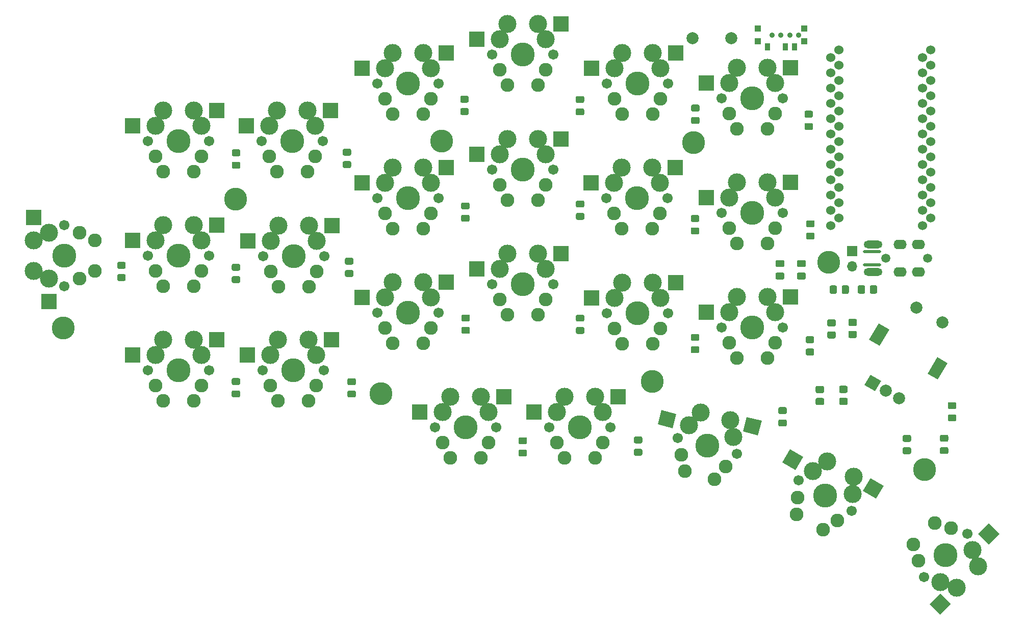
<source format=gbs>
G04 #@! TF.GenerationSoftware,KiCad,Pcbnew,(5.1.10)-1*
G04 #@! TF.CreationDate,2021-10-25T12:29:25+03:00*
G04 #@! TF.ProjectId,main_pcb,6d61696e-5f70-4636-922e-6b696361645f,rev?*
G04 #@! TF.SameCoordinates,Original*
G04 #@! TF.FileFunction,Soldermask,Bot*
G04 #@! TF.FilePolarity,Negative*
%FSLAX46Y46*%
G04 Gerber Fmt 4.6, Leading zero omitted, Abs format (unit mm)*
G04 Created by KiCad (PCBNEW (5.1.10)-1) date 2021-10-25 12:29:25*
%MOMM*%
%LPD*%
G01*
G04 APERTURE LIST*
%ADD10C,1.524000*%
%ADD11C,2.000000*%
%ADD12C,0.100000*%
%ADD13C,0.900000*%
%ADD14R,0.900000X1.300000*%
%ADD15R,1.000000X1.000000*%
%ADD16C,3.000000*%
%ADD17C,2.286000*%
%ADD18C,3.987800*%
%ADD19C,1.701800*%
%ADD20R,2.550000X2.500000*%
%ADD21R,2.500000X2.550000*%
%ADD22O,1.700000X1.700000*%
%ADD23R,1.700000X1.700000*%
%ADD24O,3.000000X0.500000*%
%ADD25O,3.100000X1.300000*%
%ADD26C,1.500000*%
%ADD27O,2.200000X1.600000*%
%ADD28C,3.800000*%
G04 APERTURE END LIST*
D10*
X165664400Y-56642000D03*
X180884400Y-74422000D03*
X180884400Y-54102000D03*
X179578000Y-70612000D03*
X164338000Y-78232000D03*
X180884400Y-59182000D03*
X164338000Y-52832000D03*
X179578000Y-65532000D03*
X165664400Y-66802000D03*
X180884400Y-79502000D03*
X164338000Y-75692000D03*
X164338000Y-68072000D03*
X179578000Y-75692000D03*
X179578000Y-68072000D03*
X180884400Y-76962000D03*
X180884400Y-69342000D03*
X180884400Y-56642000D03*
X179578000Y-73152000D03*
X180884400Y-71882000D03*
X165664400Y-61722000D03*
X164338000Y-55372000D03*
X165664400Y-76962000D03*
X165664400Y-79502000D03*
X164338000Y-60452000D03*
X164338000Y-65532000D03*
X179578000Y-80772000D03*
X179578000Y-57912000D03*
X165664400Y-69342000D03*
X180884400Y-66802000D03*
X165664400Y-71882000D03*
X180884400Y-64262000D03*
X180884400Y-51562000D03*
X164338000Y-73152000D03*
X165664400Y-59182000D03*
X164338000Y-80772000D03*
X179578000Y-55372000D03*
X179578000Y-52832000D03*
X165664400Y-74422000D03*
X164338000Y-70612000D03*
X179578000Y-60452000D03*
X179578000Y-78232000D03*
X165664400Y-54102000D03*
X165664400Y-51562000D03*
X180884400Y-61722000D03*
X165664400Y-64262000D03*
X179578000Y-62992000D03*
X164338000Y-57912000D03*
X164338000Y-62992000D03*
D11*
X147827000Y-49580800D03*
X141327000Y-49580800D03*
D12*
G36*
X171656025Y-108277025D02*
G01*
X169923975Y-107277025D01*
X170923975Y-105544975D01*
X172656025Y-106544975D01*
X171656025Y-108277025D01*
G37*
D11*
X173455064Y-108161000D03*
X175620127Y-109411000D03*
D12*
G36*
X172421346Y-100751450D02*
G01*
X170689296Y-99751450D01*
X172289296Y-96980168D01*
X174021346Y-97980168D01*
X172421346Y-100751450D01*
G37*
G36*
X182120831Y-106351450D02*
G01*
X180388781Y-105351450D01*
X181988781Y-102580168D01*
X183720831Y-103580168D01*
X182120831Y-106351450D01*
G37*
D11*
X178540000Y-94353632D03*
X182870127Y-96853632D03*
D13*
X157558000Y-49047400D03*
X154558000Y-49047400D03*
D14*
X158308000Y-51047400D03*
X156808000Y-51047400D03*
X153808000Y-51047400D03*
D15*
X159908000Y-50097400D03*
X159908000Y-47997400D03*
X152208000Y-47997400D03*
X152208000Y-50097400D03*
D13*
X156005000Y-49072800D03*
X159005000Y-49072800D03*
G36*
G01*
X168395001Y-97440800D02*
X167494999Y-97440800D01*
G75*
G02*
X167245000Y-97190801I0J249999D01*
G01*
X167245000Y-96490799D01*
G75*
G02*
X167494999Y-96240800I249999J0D01*
G01*
X168395001Y-96240800D01*
G75*
G02*
X168645000Y-96490799I0J-249999D01*
G01*
X168645000Y-97190801D01*
G75*
G02*
X168395001Y-97440800I-249999J0D01*
G01*
G37*
G36*
G01*
X168395001Y-99440800D02*
X167494999Y-99440800D01*
G75*
G02*
X167245000Y-99190801I0J249999D01*
G01*
X167245000Y-98490799D01*
G75*
G02*
X167494999Y-98240800I249999J0D01*
G01*
X168395001Y-98240800D01*
G75*
G02*
X168645000Y-98490799I0J-249999D01*
G01*
X168645000Y-99190801D01*
G75*
G02*
X168395001Y-99440800I-249999J0D01*
G01*
G37*
G36*
G01*
X166871001Y-108566000D02*
X165970999Y-108566000D01*
G75*
G02*
X165721000Y-108316001I0J249999D01*
G01*
X165721000Y-107615999D01*
G75*
G02*
X165970999Y-107366000I249999J0D01*
G01*
X166871001Y-107366000D01*
G75*
G02*
X167121000Y-107615999I0J-249999D01*
G01*
X167121000Y-108316001D01*
G75*
G02*
X166871001Y-108566000I-249999J0D01*
G01*
G37*
G36*
G01*
X166871001Y-110566000D02*
X165970999Y-110566000D01*
G75*
G02*
X165721000Y-110316001I0J249999D01*
G01*
X165721000Y-109615999D01*
G75*
G02*
X165970999Y-109366000I249999J0D01*
G01*
X166871001Y-109366000D01*
G75*
G02*
X167121000Y-109615999I0J-249999D01*
G01*
X167121000Y-110316001D01*
G75*
G02*
X166871001Y-110566000I-249999J0D01*
G01*
G37*
G36*
G01*
X170809000Y-91813801D02*
X170809000Y-90913799D01*
G75*
G02*
X171058999Y-90663800I249999J0D01*
G01*
X171759001Y-90663800D01*
G75*
G02*
X172009000Y-90913799I0J-249999D01*
G01*
X172009000Y-91813801D01*
G75*
G02*
X171759001Y-92063800I-249999J0D01*
G01*
X171058999Y-92063800D01*
G75*
G02*
X170809000Y-91813801I0J249999D01*
G01*
G37*
G36*
G01*
X168809000Y-91813801D02*
X168809000Y-90913799D01*
G75*
G02*
X169058999Y-90663800I249999J0D01*
G01*
X169759001Y-90663800D01*
G75*
G02*
X170009000Y-90913799I0J-249999D01*
G01*
X170009000Y-91813801D01*
G75*
G02*
X169759001Y-92063800I-249999J0D01*
G01*
X169058999Y-92063800D01*
G75*
G02*
X168809000Y-91813801I0J249999D01*
G01*
G37*
G36*
G01*
X165335000Y-90939199D02*
X165335000Y-91839201D01*
G75*
G02*
X165085001Y-92089200I-249999J0D01*
G01*
X164384999Y-92089200D01*
G75*
G02*
X164135000Y-91839201I0J249999D01*
G01*
X164135000Y-90939199D01*
G75*
G02*
X164384999Y-90689200I249999J0D01*
G01*
X165085001Y-90689200D01*
G75*
G02*
X165335000Y-90939199I0J-249999D01*
G01*
G37*
G36*
G01*
X167335000Y-90939199D02*
X167335000Y-91839201D01*
G75*
G02*
X167085001Y-92089200I-249999J0D01*
G01*
X166384999Y-92089200D01*
G75*
G02*
X166135000Y-91839201I0J249999D01*
G01*
X166135000Y-90939199D01*
G75*
G02*
X166384999Y-90689200I249999J0D01*
G01*
X167085001Y-90689200D01*
G75*
G02*
X167335000Y-90939199I0J-249999D01*
G01*
G37*
G36*
G01*
X164890001Y-97517000D02*
X163989999Y-97517000D01*
G75*
G02*
X163740000Y-97267001I0J249999D01*
G01*
X163740000Y-96566999D01*
G75*
G02*
X163989999Y-96317000I249999J0D01*
G01*
X164890001Y-96317000D01*
G75*
G02*
X165140000Y-96566999I0J-249999D01*
G01*
X165140000Y-97267001D01*
G75*
G02*
X164890001Y-97517000I-249999J0D01*
G01*
G37*
G36*
G01*
X164890001Y-99517000D02*
X163989999Y-99517000D01*
G75*
G02*
X163740000Y-99267001I0J249999D01*
G01*
X163740000Y-98566999D01*
G75*
G02*
X163989999Y-98317000I249999J0D01*
G01*
X164890001Y-98317000D01*
G75*
G02*
X165140000Y-98566999I0J-249999D01*
G01*
X165140000Y-99267001D01*
G75*
G02*
X164890001Y-99517000I-249999J0D01*
G01*
G37*
G36*
G01*
X162959001Y-108591000D02*
X162058999Y-108591000D01*
G75*
G02*
X161809000Y-108341001I0J249999D01*
G01*
X161809000Y-107640999D01*
G75*
G02*
X162058999Y-107391000I249999J0D01*
G01*
X162959001Y-107391000D01*
G75*
G02*
X163209000Y-107640999I0J-249999D01*
G01*
X163209000Y-108341001D01*
G75*
G02*
X162959001Y-108591000I-249999J0D01*
G01*
G37*
G36*
G01*
X162959001Y-110591000D02*
X162058999Y-110591000D01*
G75*
G02*
X161809000Y-110341001I0J249999D01*
G01*
X161809000Y-109640999D01*
G75*
G02*
X162058999Y-109391000I249999J0D01*
G01*
X162959001Y-109391000D01*
G75*
G02*
X163209000Y-109640999I0J-249999D01*
G01*
X163209000Y-110341001D01*
G75*
G02*
X162959001Y-110591000I-249999J0D01*
G01*
G37*
D12*
G36*
X182507652Y-141856786D02*
G01*
X184275419Y-143624553D01*
X182472296Y-145427676D01*
X180704529Y-143659909D01*
X182507652Y-141856786D01*
G37*
G36*
X190589883Y-130182453D02*
G01*
X192357650Y-131950220D01*
X190554527Y-133753343D01*
X188786760Y-131985576D01*
X190589883Y-130182453D01*
G37*
D16*
X188776154Y-137356051D03*
X182489974Y-140050128D03*
D17*
X177999846Y-133763949D03*
X184286026Y-131069872D03*
D16*
X187878128Y-134661974D03*
X185184051Y-140948154D03*
D17*
X178897872Y-136458026D03*
D18*
X183388000Y-135560000D03*
D17*
X181591949Y-130171846D03*
D19*
X179795898Y-139152102D03*
X186980102Y-131967898D03*
D12*
G36*
X169657079Y-124874623D02*
G01*
X170907079Y-122709559D01*
X173115443Y-123984559D01*
X171865443Y-126149623D01*
X169657079Y-124874623D01*
G37*
G36*
X156288704Y-120089327D02*
G01*
X157538704Y-117924263D01*
X159747068Y-119199263D01*
X158497068Y-121364327D01*
X156288704Y-120089327D01*
G37*
D16*
X163687295Y-119984591D03*
X167916557Y-125359295D03*
D17*
X163006705Y-131323409D03*
X158777443Y-125948705D03*
D16*
X161317443Y-121549295D03*
X168086705Y-122524591D03*
D17*
X165376557Y-129758705D03*
D18*
X163347000Y-125654000D03*
D17*
X158607295Y-128783409D03*
D19*
X167746409Y-128194000D03*
X158947591Y-123114000D03*
D12*
G36*
X149733351Y-114962011D02*
G01*
X150380398Y-112547196D01*
X152843509Y-113207185D01*
X152196462Y-115622000D01*
X149733351Y-114962011D01*
G37*
G36*
X135581967Y-113799760D02*
G01*
X136229014Y-111384945D01*
X138692125Y-112044934D01*
X138045078Y-114459749D01*
X135581967Y-113799760D01*
G37*
D16*
X142701349Y-111783696D03*
X148177578Y-115880649D03*
D17*
X144978651Y-122912304D03*
X139502422Y-118815351D03*
D16*
X140817223Y-113908448D03*
X147608252Y-113098497D03*
D17*
X146862777Y-120787552D03*
D18*
X143840000Y-117348000D03*
D17*
X140071748Y-121597503D03*
D19*
X148746903Y-118662801D03*
X138933097Y-116033199D03*
D20*
X129032000Y-109195000D03*
X115062000Y-111735000D03*
D16*
X120142000Y-109195000D03*
X126492000Y-111735000D03*
D17*
X125222000Y-119355000D03*
X118872000Y-116815000D03*
D16*
X118872000Y-111735000D03*
X125222000Y-109195000D03*
D17*
X126492000Y-116815000D03*
D18*
X122682000Y-114275000D03*
D17*
X120142000Y-119355000D03*
D19*
X127762000Y-114275000D03*
X117602000Y-114275000D03*
D20*
X110058000Y-109195000D03*
X96088000Y-111735000D03*
D16*
X101168000Y-109195000D03*
X107518000Y-111735000D03*
D17*
X106248000Y-119355000D03*
X99898000Y-116815000D03*
D16*
X99898000Y-111735000D03*
X106248000Y-109195000D03*
D17*
X107518000Y-116815000D03*
D18*
X103708000Y-114275000D03*
D17*
X101168000Y-119355000D03*
D19*
X108788000Y-114275000D03*
X98628000Y-114275000D03*
D20*
X157607000Y-92583000D03*
X143637000Y-95123000D03*
D16*
X148717000Y-92583000D03*
X155067000Y-95123000D03*
D17*
X153797000Y-102743000D03*
X147447000Y-100203000D03*
D16*
X147447000Y-95123000D03*
X153797000Y-92583000D03*
D17*
X155067000Y-100203000D03*
D18*
X151257000Y-97663000D03*
D17*
X148717000Y-102743000D03*
D19*
X156337000Y-97663000D03*
X146177000Y-97663000D03*
D20*
X138562000Y-90200500D03*
X124592000Y-92740500D03*
D16*
X129672000Y-90200500D03*
X136022000Y-92740500D03*
D17*
X134752000Y-100360500D03*
X128402000Y-97820500D03*
D16*
X128402000Y-92740500D03*
X134752000Y-90200500D03*
D17*
X136022000Y-97820500D03*
D18*
X132212000Y-95280500D03*
D17*
X129672000Y-100360500D03*
D19*
X137292000Y-95280500D03*
X127132000Y-95280500D03*
D20*
X119537000Y-85399900D03*
X105567000Y-87939900D03*
D16*
X110647000Y-85399900D03*
X116997000Y-87939900D03*
D17*
X115727000Y-95559900D03*
X109377000Y-93019900D03*
D16*
X109377000Y-87939900D03*
X115727000Y-85399900D03*
D17*
X116997000Y-93019900D03*
D18*
X113187000Y-90479900D03*
D17*
X110647000Y-95559900D03*
D19*
X118267000Y-90479900D03*
X108107000Y-90479900D03*
D20*
X100457000Y-90106500D03*
X86487000Y-92646500D03*
D16*
X91567000Y-90106500D03*
X97917000Y-92646500D03*
D17*
X96647000Y-100266500D03*
X90297000Y-97726500D03*
D16*
X90297000Y-92646500D03*
X96647000Y-90106500D03*
D17*
X97917000Y-97726500D03*
D18*
X94107000Y-95186500D03*
D17*
X91567000Y-100266500D03*
D19*
X99187000Y-95186500D03*
X89027000Y-95186500D03*
D20*
X81407000Y-99695000D03*
X67437000Y-102235000D03*
D16*
X72517000Y-99695000D03*
X78867000Y-102235000D03*
D17*
X77597000Y-109855000D03*
X71247000Y-107315000D03*
D16*
X71247000Y-102235000D03*
X77597000Y-99695000D03*
D17*
X78867000Y-107315000D03*
D18*
X75057000Y-104775000D03*
D17*
X72517000Y-109855000D03*
D19*
X80137000Y-104775000D03*
X69977000Y-104775000D03*
D20*
X62357000Y-99695000D03*
X48387000Y-102235000D03*
D16*
X53467000Y-99695000D03*
X59817000Y-102235000D03*
D17*
X58547000Y-109855000D03*
X52197000Y-107315000D03*
D16*
X52197000Y-102235000D03*
X58547000Y-99695000D03*
D17*
X59817000Y-107315000D03*
D18*
X56007000Y-104775000D03*
D17*
X53467000Y-109855000D03*
D19*
X61087000Y-104775000D03*
X50927000Y-104775000D03*
D20*
X157607000Y-73533000D03*
X143637000Y-76073000D03*
D16*
X148717000Y-73533000D03*
X155067000Y-76073000D03*
D17*
X153797000Y-83693000D03*
X147447000Y-81153000D03*
D16*
X147447000Y-76073000D03*
X153797000Y-73533000D03*
D17*
X155067000Y-81153000D03*
D18*
X151257000Y-78613000D03*
D17*
X148717000Y-83693000D03*
D19*
X156337000Y-78613000D03*
X146177000Y-78613000D03*
D20*
X138494000Y-71120000D03*
X124524000Y-73660000D03*
D16*
X129604000Y-71120000D03*
X135954000Y-73660000D03*
D17*
X134684000Y-81280000D03*
X128334000Y-78740000D03*
D16*
X128334000Y-73660000D03*
X134684000Y-71120000D03*
D17*
X135954000Y-78740000D03*
D18*
X132144000Y-76200000D03*
D17*
X129604000Y-81280000D03*
D19*
X137224000Y-76200000D03*
X127064000Y-76200000D03*
D20*
X119507000Y-66357500D03*
X105537000Y-68897500D03*
D16*
X110617000Y-66357500D03*
X116967000Y-68897500D03*
D17*
X115697000Y-76517500D03*
X109347000Y-73977500D03*
D16*
X109347000Y-68897500D03*
X115697000Y-66357500D03*
D17*
X116967000Y-73977500D03*
D18*
X113157000Y-71437500D03*
D17*
X110617000Y-76517500D03*
D19*
X118237000Y-71437500D03*
X108077000Y-71437500D03*
D20*
X100457000Y-71120000D03*
X86487000Y-73660000D03*
D16*
X91567000Y-71120000D03*
X97917000Y-73660000D03*
D17*
X96647000Y-81280000D03*
X90297000Y-78740000D03*
D16*
X90297000Y-73660000D03*
X96647000Y-71120000D03*
D17*
X97917000Y-78740000D03*
D18*
X94107000Y-76200000D03*
D17*
X91567000Y-81280000D03*
D19*
X99187000Y-76200000D03*
X89027000Y-76200000D03*
D20*
X81470500Y-80708500D03*
X67500500Y-83248500D03*
D16*
X72580500Y-80708500D03*
X78930500Y-83248500D03*
D17*
X77660500Y-90868500D03*
X71310500Y-88328500D03*
D16*
X71310500Y-83248500D03*
X77660500Y-80708500D03*
D17*
X78930500Y-88328500D03*
D18*
X75120500Y-85788500D03*
D17*
X72580500Y-90868500D03*
D19*
X80200500Y-85788500D03*
X70040500Y-85788500D03*
D20*
X62357000Y-80645000D03*
X48387000Y-83185000D03*
D16*
X53467000Y-80645000D03*
X59817000Y-83185000D03*
D17*
X58547000Y-90805000D03*
X52197000Y-88265000D03*
D16*
X52197000Y-83185000D03*
X58547000Y-80645000D03*
D17*
X59817000Y-88265000D03*
D18*
X56007000Y-85725000D03*
D17*
X53467000Y-90805000D03*
D19*
X61087000Y-85725000D03*
X50927000Y-85725000D03*
D21*
X31940500Y-79375000D03*
X34480500Y-93345000D03*
D16*
X31940500Y-88265000D03*
X34480500Y-81915000D03*
D17*
X42100500Y-83185000D03*
X39560500Y-89535000D03*
D16*
X34480500Y-89535000D03*
X31940500Y-83185000D03*
D17*
X39560500Y-81915000D03*
D18*
X37020500Y-85725000D03*
D17*
X42100500Y-88265000D03*
D19*
X37020500Y-80645000D03*
X37020500Y-90805000D03*
D20*
X157607000Y-54483000D03*
X143637000Y-57023000D03*
D16*
X148717000Y-54483000D03*
X155067000Y-57023000D03*
D17*
X153797000Y-64643000D03*
X147447000Y-62103000D03*
D16*
X147447000Y-57023000D03*
X153797000Y-54483000D03*
D17*
X155067000Y-62103000D03*
D18*
X151257000Y-59563000D03*
D17*
X148717000Y-64643000D03*
D19*
X156337000Y-59563000D03*
X146177000Y-59563000D03*
D20*
X138557000Y-52070000D03*
X124587000Y-54610000D03*
D16*
X129667000Y-52070000D03*
X136017000Y-54610000D03*
D17*
X134747000Y-62230000D03*
X128397000Y-59690000D03*
D16*
X128397000Y-54610000D03*
X134747000Y-52070000D03*
D17*
X136017000Y-59690000D03*
D18*
X132207000Y-57150000D03*
D17*
X129667000Y-62230000D03*
D19*
X137287000Y-57150000D03*
X127127000Y-57150000D03*
D20*
X119507000Y-47244000D03*
X105537000Y-49784000D03*
D16*
X110617000Y-47244000D03*
X116967000Y-49784000D03*
D17*
X115697000Y-57404000D03*
X109347000Y-54864000D03*
D16*
X109347000Y-49784000D03*
X115697000Y-47244000D03*
D17*
X116967000Y-54864000D03*
D18*
X113157000Y-52324000D03*
D17*
X110617000Y-57404000D03*
D19*
X118237000Y-52324000D03*
X108077000Y-52324000D03*
D20*
X100457000Y-52070000D03*
X86487000Y-54610000D03*
D16*
X91567000Y-52070000D03*
X97917000Y-54610000D03*
D17*
X96647000Y-62230000D03*
X90297000Y-59690000D03*
D16*
X90297000Y-54610000D03*
X96647000Y-52070000D03*
D17*
X97917000Y-59690000D03*
D18*
X94107000Y-57150000D03*
D17*
X91567000Y-62230000D03*
D19*
X99187000Y-57150000D03*
X89027000Y-57150000D03*
D20*
X81280000Y-61595000D03*
X67310000Y-64135000D03*
D16*
X72390000Y-61595000D03*
X78740000Y-64135000D03*
D17*
X77470000Y-71755000D03*
X71120000Y-69215000D03*
D16*
X71120000Y-64135000D03*
X77470000Y-61595000D03*
D17*
X78740000Y-69215000D03*
D18*
X74930000Y-66675000D03*
D17*
X72390000Y-71755000D03*
D19*
X80010000Y-66675000D03*
X69850000Y-66675000D03*
D20*
X62357000Y-61595000D03*
X48387000Y-64135000D03*
D16*
X53467000Y-61595000D03*
X59817000Y-64135000D03*
D17*
X58547000Y-71755000D03*
X52197000Y-69215000D03*
D16*
X52197000Y-64135000D03*
X58547000Y-61595000D03*
D17*
X59817000Y-69215000D03*
D18*
X56007000Y-66675000D03*
D17*
X53467000Y-71755000D03*
D19*
X61087000Y-66675000D03*
X50927000Y-66675000D03*
D22*
X167869000Y-87553800D03*
D23*
X167869000Y-85013800D03*
D24*
X171196000Y-85090000D03*
X171196000Y-87249000D03*
D25*
X171323000Y-88487250D03*
D26*
X173440500Y-86183500D03*
X180440500Y-86183500D03*
D27*
X178840500Y-83883500D03*
X175840500Y-83883500D03*
X175840500Y-88487250D03*
X178840500Y-88487250D03*
D25*
X171323000Y-83883500D03*
D28*
X89662000Y-108661000D03*
X134671000Y-106680000D03*
X179908000Y-121310000D03*
X163932000Y-86817200D03*
X141503000Y-66979800D03*
X99745800Y-66675000D03*
X65481200Y-76301600D03*
X36880800Y-97739200D03*
G36*
G01*
X184905001Y-111234000D02*
X184004999Y-111234000D01*
G75*
G02*
X183755000Y-110984001I0J249999D01*
G01*
X183755000Y-110333999D01*
G75*
G02*
X184004999Y-110084000I249999J0D01*
G01*
X184905001Y-110084000D01*
G75*
G02*
X185155000Y-110333999I0J-249999D01*
G01*
X185155000Y-110984001D01*
G75*
G02*
X184905001Y-111234000I-249999J0D01*
G01*
G37*
G36*
G01*
X184905001Y-113284000D02*
X184004999Y-113284000D01*
G75*
G02*
X183755000Y-113034001I0J249999D01*
G01*
X183755000Y-112383999D01*
G75*
G02*
X184004999Y-112134000I249999J0D01*
G01*
X184905001Y-112134000D01*
G75*
G02*
X185155000Y-112383999I0J-249999D01*
G01*
X185155000Y-113034001D01*
G75*
G02*
X184905001Y-113284000I-249999J0D01*
G01*
G37*
G36*
G01*
X183584001Y-116669000D02*
X182683999Y-116669000D01*
G75*
G02*
X182434000Y-116419001I0J249999D01*
G01*
X182434000Y-115768999D01*
G75*
G02*
X182683999Y-115519000I249999J0D01*
G01*
X183584001Y-115519000D01*
G75*
G02*
X183834000Y-115768999I0J-249999D01*
G01*
X183834000Y-116419001D01*
G75*
G02*
X183584001Y-116669000I-249999J0D01*
G01*
G37*
G36*
G01*
X183584001Y-118719000D02*
X182683999Y-118719000D01*
G75*
G02*
X182434000Y-118469001I0J249999D01*
G01*
X182434000Y-117818999D01*
G75*
G02*
X182683999Y-117569000I249999J0D01*
G01*
X183584001Y-117569000D01*
G75*
G02*
X183834000Y-117818999I0J-249999D01*
G01*
X183834000Y-118469001D01*
G75*
G02*
X183584001Y-118719000I-249999J0D01*
G01*
G37*
G36*
G01*
X177412001Y-116695000D02*
X176511999Y-116695000D01*
G75*
G02*
X176262000Y-116445001I0J249999D01*
G01*
X176262000Y-115794999D01*
G75*
G02*
X176511999Y-115545000I249999J0D01*
G01*
X177412001Y-115545000D01*
G75*
G02*
X177662000Y-115794999I0J-249999D01*
G01*
X177662000Y-116445001D01*
G75*
G02*
X177412001Y-116695000I-249999J0D01*
G01*
G37*
G36*
G01*
X177412001Y-118745000D02*
X176511999Y-118745000D01*
G75*
G02*
X176262000Y-118495001I0J249999D01*
G01*
X176262000Y-117844999D01*
G75*
G02*
X176511999Y-117595000I249999J0D01*
G01*
X177412001Y-117595000D01*
G75*
G02*
X177662000Y-117844999I0J-249999D01*
G01*
X177662000Y-118495001D01*
G75*
G02*
X177412001Y-118745000I-249999J0D01*
G01*
G37*
G36*
G01*
X156762001Y-112072000D02*
X155861999Y-112072000D01*
G75*
G02*
X155612000Y-111822001I0J249999D01*
G01*
X155612000Y-111171999D01*
G75*
G02*
X155861999Y-110922000I249999J0D01*
G01*
X156762001Y-110922000D01*
G75*
G02*
X157012000Y-111171999I0J-249999D01*
G01*
X157012000Y-111822001D01*
G75*
G02*
X156762001Y-112072000I-249999J0D01*
G01*
G37*
G36*
G01*
X156762001Y-114122000D02*
X155861999Y-114122000D01*
G75*
G02*
X155612000Y-113872001I0J249999D01*
G01*
X155612000Y-113221999D01*
G75*
G02*
X155861999Y-112972000I249999J0D01*
G01*
X156762001Y-112972000D01*
G75*
G02*
X157012000Y-113221999I0J-249999D01*
G01*
X157012000Y-113872001D01*
G75*
G02*
X156762001Y-114122000I-249999J0D01*
G01*
G37*
G36*
G01*
X132784001Y-116949000D02*
X131883999Y-116949000D01*
G75*
G02*
X131634000Y-116699001I0J249999D01*
G01*
X131634000Y-116048999D01*
G75*
G02*
X131883999Y-115799000I249999J0D01*
G01*
X132784001Y-115799000D01*
G75*
G02*
X133034000Y-116048999I0J-249999D01*
G01*
X133034000Y-116699001D01*
G75*
G02*
X132784001Y-116949000I-249999J0D01*
G01*
G37*
G36*
G01*
X132784001Y-118999000D02*
X131883999Y-118999000D01*
G75*
G02*
X131634000Y-118749001I0J249999D01*
G01*
X131634000Y-118098999D01*
G75*
G02*
X131883999Y-117849000I249999J0D01*
G01*
X132784001Y-117849000D01*
G75*
G02*
X133034000Y-118098999I0J-249999D01*
G01*
X133034000Y-118749001D01*
G75*
G02*
X132784001Y-118999000I-249999J0D01*
G01*
G37*
G36*
G01*
X112731999Y-117976000D02*
X113632001Y-117976000D01*
G75*
G02*
X113882000Y-118225999I0J-249999D01*
G01*
X113882000Y-118876001D01*
G75*
G02*
X113632001Y-119126000I-249999J0D01*
G01*
X112731999Y-119126000D01*
G75*
G02*
X112482000Y-118876001I0J249999D01*
G01*
X112482000Y-118225999D01*
G75*
G02*
X112731999Y-117976000I249999J0D01*
G01*
G37*
G36*
G01*
X112731999Y-115926000D02*
X113632001Y-115926000D01*
G75*
G02*
X113882000Y-116175999I0J-249999D01*
G01*
X113882000Y-116826001D01*
G75*
G02*
X113632001Y-117076000I-249999J0D01*
G01*
X112731999Y-117076000D01*
G75*
G02*
X112482000Y-116826001I0J249999D01*
G01*
X112482000Y-116175999D01*
G75*
G02*
X112731999Y-115926000I249999J0D01*
G01*
G37*
G36*
G01*
X161308001Y-100286000D02*
X160407999Y-100286000D01*
G75*
G02*
X160158000Y-100036001I0J249999D01*
G01*
X160158000Y-99385999D01*
G75*
G02*
X160407999Y-99136000I249999J0D01*
G01*
X161308001Y-99136000D01*
G75*
G02*
X161558000Y-99385999I0J-249999D01*
G01*
X161558000Y-100036001D01*
G75*
G02*
X161308001Y-100286000I-249999J0D01*
G01*
G37*
G36*
G01*
X161308001Y-102336000D02*
X160407999Y-102336000D01*
G75*
G02*
X160158000Y-102086001I0J249999D01*
G01*
X160158000Y-101435999D01*
G75*
G02*
X160407999Y-101186000I249999J0D01*
G01*
X161308001Y-101186000D01*
G75*
G02*
X161558000Y-101435999I0J-249999D01*
G01*
X161558000Y-102086001D01*
G75*
G02*
X161308001Y-102336000I-249999J0D01*
G01*
G37*
G36*
G01*
X142233001Y-99905000D02*
X141332999Y-99905000D01*
G75*
G02*
X141083000Y-99655001I0J249999D01*
G01*
X141083000Y-99004999D01*
G75*
G02*
X141332999Y-98755000I249999J0D01*
G01*
X142233001Y-98755000D01*
G75*
G02*
X142483000Y-99004999I0J-249999D01*
G01*
X142483000Y-99655001D01*
G75*
G02*
X142233001Y-99905000I-249999J0D01*
G01*
G37*
G36*
G01*
X142233001Y-101955000D02*
X141332999Y-101955000D01*
G75*
G02*
X141083000Y-101705001I0J249999D01*
G01*
X141083000Y-101054999D01*
G75*
G02*
X141332999Y-100805000I249999J0D01*
G01*
X142233001Y-100805000D01*
G75*
G02*
X142483000Y-101054999I0J-249999D01*
G01*
X142483000Y-101705001D01*
G75*
G02*
X142233001Y-101955000I-249999J0D01*
G01*
G37*
G36*
G01*
X123157001Y-96705000D02*
X122256999Y-96705000D01*
G75*
G02*
X122007000Y-96455001I0J249999D01*
G01*
X122007000Y-95804999D01*
G75*
G02*
X122256999Y-95555000I249999J0D01*
G01*
X123157001Y-95555000D01*
G75*
G02*
X123407000Y-95804999I0J-249999D01*
G01*
X123407000Y-96455001D01*
G75*
G02*
X123157001Y-96705000I-249999J0D01*
G01*
G37*
G36*
G01*
X123157001Y-98755000D02*
X122256999Y-98755000D01*
G75*
G02*
X122007000Y-98505001I0J249999D01*
G01*
X122007000Y-97854999D01*
G75*
G02*
X122256999Y-97605000I249999J0D01*
G01*
X123157001Y-97605000D01*
G75*
G02*
X123407000Y-97854999I0J-249999D01*
G01*
X123407000Y-98505001D01*
G75*
G02*
X123157001Y-98755000I-249999J0D01*
G01*
G37*
G36*
G01*
X104158001Y-96679600D02*
X103257999Y-96679600D01*
G75*
G02*
X103008000Y-96429601I0J249999D01*
G01*
X103008000Y-95779599D01*
G75*
G02*
X103257999Y-95529600I249999J0D01*
G01*
X104158001Y-95529600D01*
G75*
G02*
X104408000Y-95779599I0J-249999D01*
G01*
X104408000Y-96429601D01*
G75*
G02*
X104158001Y-96679600I-249999J0D01*
G01*
G37*
G36*
G01*
X104158001Y-98729600D02*
X103257999Y-98729600D01*
G75*
G02*
X103008000Y-98479601I0J249999D01*
G01*
X103008000Y-97829599D01*
G75*
G02*
X103257999Y-97579600I249999J0D01*
G01*
X104158001Y-97579600D01*
G75*
G02*
X104408000Y-97829599I0J-249999D01*
G01*
X104408000Y-98479601D01*
G75*
G02*
X104158001Y-98729600I-249999J0D01*
G01*
G37*
G36*
G01*
X85209801Y-107271000D02*
X84309799Y-107271000D01*
G75*
G02*
X84059800Y-107021001I0J249999D01*
G01*
X84059800Y-106370999D01*
G75*
G02*
X84309799Y-106121000I249999J0D01*
G01*
X85209801Y-106121000D01*
G75*
G02*
X85459800Y-106370999I0J-249999D01*
G01*
X85459800Y-107021001D01*
G75*
G02*
X85209801Y-107271000I-249999J0D01*
G01*
G37*
G36*
G01*
X85209801Y-109321000D02*
X84309799Y-109321000D01*
G75*
G02*
X84059800Y-109071001I0J249999D01*
G01*
X84059800Y-108420999D01*
G75*
G02*
X84309799Y-108171000I249999J0D01*
G01*
X85209801Y-108171000D01*
G75*
G02*
X85459800Y-108420999I0J-249999D01*
G01*
X85459800Y-109071001D01*
G75*
G02*
X85209801Y-109321000I-249999J0D01*
G01*
G37*
G36*
G01*
X66007401Y-107246000D02*
X65107399Y-107246000D01*
G75*
G02*
X64857400Y-106996001I0J249999D01*
G01*
X64857400Y-106345999D01*
G75*
G02*
X65107399Y-106096000I249999J0D01*
G01*
X66007401Y-106096000D01*
G75*
G02*
X66257400Y-106345999I0J-249999D01*
G01*
X66257400Y-106996001D01*
G75*
G02*
X66007401Y-107246000I-249999J0D01*
G01*
G37*
G36*
G01*
X66007401Y-109296000D02*
X65107399Y-109296000D01*
G75*
G02*
X64857400Y-109046001I0J249999D01*
G01*
X64857400Y-108395999D01*
G75*
G02*
X65107399Y-108146000I249999J0D01*
G01*
X66007401Y-108146000D01*
G75*
G02*
X66257400Y-108395999I0J-249999D01*
G01*
X66257400Y-109046001D01*
G75*
G02*
X66007401Y-109296000I-249999J0D01*
G01*
G37*
G36*
G01*
X161384001Y-81007800D02*
X160483999Y-81007800D01*
G75*
G02*
X160234000Y-80757801I0J249999D01*
G01*
X160234000Y-80107799D01*
G75*
G02*
X160483999Y-79857800I249999J0D01*
G01*
X161384001Y-79857800D01*
G75*
G02*
X161634000Y-80107799I0J-249999D01*
G01*
X161634000Y-80757801D01*
G75*
G02*
X161384001Y-81007800I-249999J0D01*
G01*
G37*
G36*
G01*
X161384001Y-83057800D02*
X160483999Y-83057800D01*
G75*
G02*
X160234000Y-82807801I0J249999D01*
G01*
X160234000Y-82157799D01*
G75*
G02*
X160483999Y-81907800I249999J0D01*
G01*
X161384001Y-81907800D01*
G75*
G02*
X161634000Y-82157799I0J-249999D01*
G01*
X161634000Y-82807801D01*
G75*
G02*
X161384001Y-83057800I-249999J0D01*
G01*
G37*
G36*
G01*
X142233001Y-80144200D02*
X141332999Y-80144200D01*
G75*
G02*
X141083000Y-79894201I0J249999D01*
G01*
X141083000Y-79244199D01*
G75*
G02*
X141332999Y-78994200I249999J0D01*
G01*
X142233001Y-78994200D01*
G75*
G02*
X142483000Y-79244199I0J-249999D01*
G01*
X142483000Y-79894201D01*
G75*
G02*
X142233001Y-80144200I-249999J0D01*
G01*
G37*
G36*
G01*
X142233001Y-82194200D02*
X141332999Y-82194200D01*
G75*
G02*
X141083000Y-81944201I0J249999D01*
G01*
X141083000Y-81294199D01*
G75*
G02*
X141332999Y-81044200I249999J0D01*
G01*
X142233001Y-81044200D01*
G75*
G02*
X142483000Y-81294199I0J-249999D01*
G01*
X142483000Y-81944201D01*
G75*
G02*
X142233001Y-82194200I-249999J0D01*
G01*
G37*
G36*
G01*
X123157001Y-77731200D02*
X122256999Y-77731200D01*
G75*
G02*
X122007000Y-77481201I0J249999D01*
G01*
X122007000Y-76831199D01*
G75*
G02*
X122256999Y-76581200I249999J0D01*
G01*
X123157001Y-76581200D01*
G75*
G02*
X123407000Y-76831199I0J-249999D01*
G01*
X123407000Y-77481201D01*
G75*
G02*
X123157001Y-77731200I-249999J0D01*
G01*
G37*
G36*
G01*
X123157001Y-79781200D02*
X122256999Y-79781200D01*
G75*
G02*
X122007000Y-79531201I0J249999D01*
G01*
X122007000Y-78881199D01*
G75*
G02*
X122256999Y-78631200I249999J0D01*
G01*
X123157001Y-78631200D01*
G75*
G02*
X123407000Y-78881199I0J-249999D01*
G01*
X123407000Y-79531201D01*
G75*
G02*
X123157001Y-79781200I-249999J0D01*
G01*
G37*
G36*
G01*
X104107001Y-78045000D02*
X103206999Y-78045000D01*
G75*
G02*
X102957000Y-77795001I0J249999D01*
G01*
X102957000Y-77144999D01*
G75*
G02*
X103206999Y-76895000I249999J0D01*
G01*
X104107001Y-76895000D01*
G75*
G02*
X104357000Y-77144999I0J-249999D01*
G01*
X104357000Y-77795001D01*
G75*
G02*
X104107001Y-78045000I-249999J0D01*
G01*
G37*
G36*
G01*
X104107001Y-80095000D02*
X103206999Y-80095000D01*
G75*
G02*
X102957000Y-79845001I0J249999D01*
G01*
X102957000Y-79194999D01*
G75*
G02*
X103206999Y-78945000I249999J0D01*
G01*
X104107001Y-78945000D01*
G75*
G02*
X104357000Y-79194999I0J-249999D01*
G01*
X104357000Y-79845001D01*
G75*
G02*
X104107001Y-80095000I-249999J0D01*
G01*
G37*
G36*
G01*
X84803401Y-87230800D02*
X83903399Y-87230800D01*
G75*
G02*
X83653400Y-86980801I0J249999D01*
G01*
X83653400Y-86330799D01*
G75*
G02*
X83903399Y-86080800I249999J0D01*
G01*
X84803401Y-86080800D01*
G75*
G02*
X85053400Y-86330799I0J-249999D01*
G01*
X85053400Y-86980801D01*
G75*
G02*
X84803401Y-87230800I-249999J0D01*
G01*
G37*
G36*
G01*
X84803401Y-89280800D02*
X83903399Y-89280800D01*
G75*
G02*
X83653400Y-89030801I0J249999D01*
G01*
X83653400Y-88380799D01*
G75*
G02*
X83903399Y-88130800I249999J0D01*
G01*
X84803401Y-88130800D01*
G75*
G02*
X85053400Y-88380799I0J-249999D01*
G01*
X85053400Y-89030801D01*
G75*
G02*
X84803401Y-89280800I-249999J0D01*
G01*
G37*
G36*
G01*
X66007401Y-88246800D02*
X65107399Y-88246800D01*
G75*
G02*
X64857400Y-87996801I0J249999D01*
G01*
X64857400Y-87346799D01*
G75*
G02*
X65107399Y-87096800I249999J0D01*
G01*
X66007401Y-87096800D01*
G75*
G02*
X66257400Y-87346799I0J-249999D01*
G01*
X66257400Y-87996801D01*
G75*
G02*
X66007401Y-88246800I-249999J0D01*
G01*
G37*
G36*
G01*
X66007401Y-90296800D02*
X65107399Y-90296800D01*
G75*
G02*
X64857400Y-90046801I0J249999D01*
G01*
X64857400Y-89396799D01*
G75*
G02*
X65107399Y-89146800I249999J0D01*
G01*
X66007401Y-89146800D01*
G75*
G02*
X66257400Y-89396799I0J-249999D01*
G01*
X66257400Y-90046801D01*
G75*
G02*
X66007401Y-90296800I-249999J0D01*
G01*
G37*
G36*
G01*
X47008201Y-87916600D02*
X46108199Y-87916600D01*
G75*
G02*
X45858200Y-87666601I0J249999D01*
G01*
X45858200Y-87016599D01*
G75*
G02*
X46108199Y-86766600I249999J0D01*
G01*
X47008201Y-86766600D01*
G75*
G02*
X47258200Y-87016599I0J-249999D01*
G01*
X47258200Y-87666601D01*
G75*
G02*
X47008201Y-87916600I-249999J0D01*
G01*
G37*
G36*
G01*
X47008201Y-89966600D02*
X46108199Y-89966600D01*
G75*
G02*
X45858200Y-89716601I0J249999D01*
G01*
X45858200Y-89066599D01*
G75*
G02*
X46108199Y-88816600I249999J0D01*
G01*
X47008201Y-88816600D01*
G75*
G02*
X47258200Y-89066599I0J-249999D01*
G01*
X47258200Y-89716601D01*
G75*
G02*
X47008201Y-89966600I-249999J0D01*
G01*
G37*
G36*
G01*
X161105001Y-62796000D02*
X160204999Y-62796000D01*
G75*
G02*
X159955000Y-62546001I0J249999D01*
G01*
X159955000Y-61895999D01*
G75*
G02*
X160204999Y-61646000I249999J0D01*
G01*
X161105001Y-61646000D01*
G75*
G02*
X161355000Y-61895999I0J-249999D01*
G01*
X161355000Y-62546001D01*
G75*
G02*
X161105001Y-62796000I-249999J0D01*
G01*
G37*
G36*
G01*
X161105001Y-64846000D02*
X160204999Y-64846000D01*
G75*
G02*
X159955000Y-64596001I0J249999D01*
G01*
X159955000Y-63945999D01*
G75*
G02*
X160204999Y-63696000I249999J0D01*
G01*
X161105001Y-63696000D01*
G75*
G02*
X161355000Y-63945999I0J-249999D01*
G01*
X161355000Y-64596001D01*
G75*
G02*
X161105001Y-64846000I-249999J0D01*
G01*
G37*
G36*
G01*
X142284001Y-61780000D02*
X141383999Y-61780000D01*
G75*
G02*
X141134000Y-61530001I0J249999D01*
G01*
X141134000Y-60879999D01*
G75*
G02*
X141383999Y-60630000I249999J0D01*
G01*
X142284001Y-60630000D01*
G75*
G02*
X142534000Y-60879999I0J-249999D01*
G01*
X142534000Y-61530001D01*
G75*
G02*
X142284001Y-61780000I-249999J0D01*
G01*
G37*
G36*
G01*
X142284001Y-63830000D02*
X141383999Y-63830000D01*
G75*
G02*
X141134000Y-63580001I0J249999D01*
G01*
X141134000Y-62929999D01*
G75*
G02*
X141383999Y-62680000I249999J0D01*
G01*
X142284001Y-62680000D01*
G75*
G02*
X142534000Y-62929999I0J-249999D01*
G01*
X142534000Y-63580001D01*
G75*
G02*
X142284001Y-63830000I-249999J0D01*
G01*
G37*
G36*
G01*
X123132001Y-60357600D02*
X122231999Y-60357600D01*
G75*
G02*
X121982000Y-60107601I0J249999D01*
G01*
X121982000Y-59457599D01*
G75*
G02*
X122231999Y-59207600I249999J0D01*
G01*
X123132001Y-59207600D01*
G75*
G02*
X123382000Y-59457599I0J-249999D01*
G01*
X123382000Y-60107601D01*
G75*
G02*
X123132001Y-60357600I-249999J0D01*
G01*
G37*
G36*
G01*
X123132001Y-62407600D02*
X122231999Y-62407600D01*
G75*
G02*
X121982000Y-62157601I0J249999D01*
G01*
X121982000Y-61507599D01*
G75*
G02*
X122231999Y-61257600I249999J0D01*
G01*
X123132001Y-61257600D01*
G75*
G02*
X123382000Y-61507599I0J-249999D01*
G01*
X123382000Y-62157601D01*
G75*
G02*
X123132001Y-62407600I-249999J0D01*
G01*
G37*
G36*
G01*
X103955001Y-60306800D02*
X103054999Y-60306800D01*
G75*
G02*
X102805000Y-60056801I0J249999D01*
G01*
X102805000Y-59406799D01*
G75*
G02*
X103054999Y-59156800I249999J0D01*
G01*
X103955001Y-59156800D01*
G75*
G02*
X104205000Y-59406799I0J-249999D01*
G01*
X104205000Y-60056801D01*
G75*
G02*
X103955001Y-60306800I-249999J0D01*
G01*
G37*
G36*
G01*
X103955001Y-62356800D02*
X103054999Y-62356800D01*
G75*
G02*
X102805000Y-62106801I0J249999D01*
G01*
X102805000Y-61456799D01*
G75*
G02*
X103054999Y-61206800I249999J0D01*
G01*
X103955001Y-61206800D01*
G75*
G02*
X104205000Y-61456799I0J-249999D01*
G01*
X104205000Y-62106801D01*
G75*
G02*
X103955001Y-62356800I-249999J0D01*
G01*
G37*
G36*
G01*
X84447801Y-69120600D02*
X83547799Y-69120600D01*
G75*
G02*
X83297800Y-68870601I0J249999D01*
G01*
X83297800Y-68220599D01*
G75*
G02*
X83547799Y-67970600I249999J0D01*
G01*
X84447801Y-67970600D01*
G75*
G02*
X84697800Y-68220599I0J-249999D01*
G01*
X84697800Y-68870601D01*
G75*
G02*
X84447801Y-69120600I-249999J0D01*
G01*
G37*
G36*
G01*
X84447801Y-71170600D02*
X83547799Y-71170600D01*
G75*
G02*
X83297800Y-70920601I0J249999D01*
G01*
X83297800Y-70270599D01*
G75*
G02*
X83547799Y-70020600I249999J0D01*
G01*
X84447801Y-70020600D01*
G75*
G02*
X84697800Y-70270599I0J-249999D01*
G01*
X84697800Y-70920601D01*
G75*
G02*
X84447801Y-71170600I-249999J0D01*
G01*
G37*
G36*
G01*
X66032801Y-69222200D02*
X65132799Y-69222200D01*
G75*
G02*
X64882800Y-68972201I0J249999D01*
G01*
X64882800Y-68322199D01*
G75*
G02*
X65132799Y-68072200I249999J0D01*
G01*
X66032801Y-68072200D01*
G75*
G02*
X66282800Y-68322199I0J-249999D01*
G01*
X66282800Y-68972201D01*
G75*
G02*
X66032801Y-69222200I-249999J0D01*
G01*
G37*
G36*
G01*
X66032801Y-71272200D02*
X65132799Y-71272200D01*
G75*
G02*
X64882800Y-71022201I0J249999D01*
G01*
X64882800Y-70372199D01*
G75*
G02*
X65132799Y-70122200I249999J0D01*
G01*
X66032801Y-70122200D01*
G75*
G02*
X66282800Y-70372199I0J-249999D01*
G01*
X66282800Y-71022201D01*
G75*
G02*
X66032801Y-71272200I-249999J0D01*
G01*
G37*
G36*
G01*
X159911000Y-87637200D02*
X158961000Y-87637200D01*
G75*
G02*
X158711000Y-87387200I0J250000D01*
G01*
X158711000Y-86712200D01*
G75*
G02*
X158961000Y-86462200I250000J0D01*
G01*
X159911000Y-86462200D01*
G75*
G02*
X160161000Y-86712200I0J-250000D01*
G01*
X160161000Y-87387200D01*
G75*
G02*
X159911000Y-87637200I-250000J0D01*
G01*
G37*
G36*
G01*
X159911000Y-89712200D02*
X158961000Y-89712200D01*
G75*
G02*
X158711000Y-89462200I0J250000D01*
G01*
X158711000Y-88787200D01*
G75*
G02*
X158961000Y-88537200I250000J0D01*
G01*
X159911000Y-88537200D01*
G75*
G02*
X160161000Y-88787200I0J-250000D01*
G01*
X160161000Y-89462200D01*
G75*
G02*
X159911000Y-89712200I-250000J0D01*
G01*
G37*
G36*
G01*
X156355000Y-87637200D02*
X155405000Y-87637200D01*
G75*
G02*
X155155000Y-87387200I0J250000D01*
G01*
X155155000Y-86712200D01*
G75*
G02*
X155405000Y-86462200I250000J0D01*
G01*
X156355000Y-86462200D01*
G75*
G02*
X156605000Y-86712200I0J-250000D01*
G01*
X156605000Y-87387200D01*
G75*
G02*
X156355000Y-87637200I-250000J0D01*
G01*
G37*
G36*
G01*
X156355000Y-89712200D02*
X155405000Y-89712200D01*
G75*
G02*
X155155000Y-89462200I0J250000D01*
G01*
X155155000Y-88787200D01*
G75*
G02*
X155405000Y-88537200I250000J0D01*
G01*
X156355000Y-88537200D01*
G75*
G02*
X156605000Y-88787200I0J-250000D01*
G01*
X156605000Y-89462200D01*
G75*
G02*
X156355000Y-89712200I-250000J0D01*
G01*
G37*
M02*

</source>
